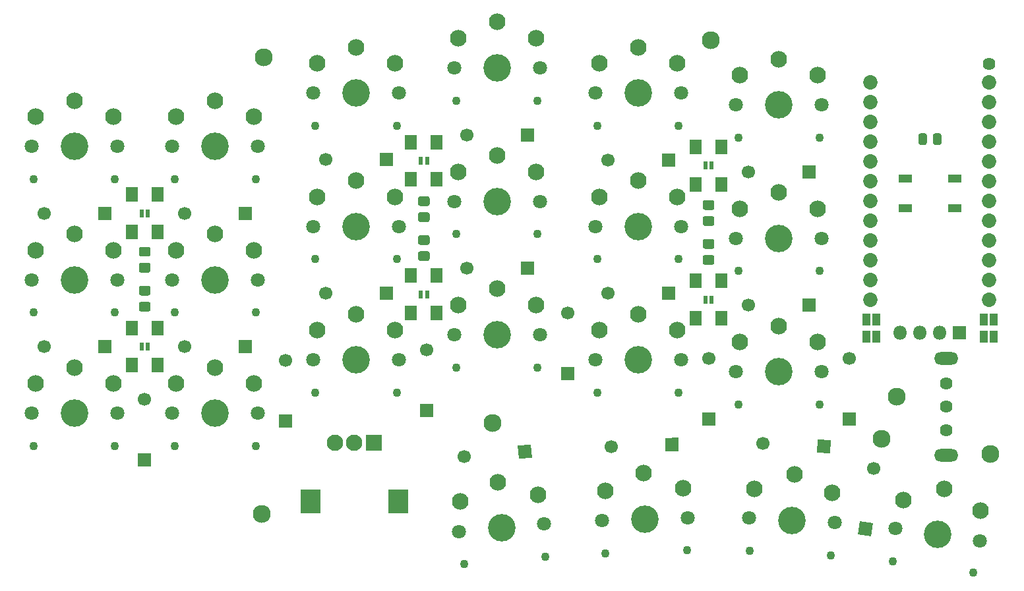
<source format=gts>
%TF.GenerationSoftware,KiCad,Pcbnew,(5.1.6)-1*%
%TF.CreationDate,2022-08-18T21:09:05-07:00*%
%TF.ProjectId,split-40-final,73706c69-742d-4343-902d-66696e616c2e,rev?*%
%TF.SameCoordinates,Original*%
%TF.FileFunction,Soldermask,Top*%
%TF.FilePolarity,Negative*%
%FSLAX46Y46*%
G04 Gerber Fmt 4.6, Leading zero omitted, Abs format (unit mm)*
G04 Created by KiCad (PCBNEW (5.1.6)-1) date 2022-08-18 21:09:05*
%MOMM*%
%LPD*%
G01*
G04 APERTURE LIST*
%ADD10C,1.801800*%
%ADD11C,1.090600*%
%ADD12C,2.132000*%
%ADD13C,3.529000*%
%ADD14C,1.852600*%
%ADD15R,2.600000X3.100000*%
%ADD16C,2.100000*%
%ADD17R,2.100000X2.100000*%
%ADD18O,3.100000X1.624000*%
%ADD19C,1.624000*%
%ADD20C,1.700000*%
%ADD21R,1.700000X1.700000*%
%ADD22C,0.100000*%
%ADD23R,1.500000X1.900000*%
%ADD24R,0.600000X1.100000*%
%ADD25O,1.800000X1.800000*%
%ADD26R,1.800000X1.800000*%
%ADD27C,2.300000*%
%ADD28R,1.800000X1.100000*%
%ADD29R,1.100000X1.600000*%
G04 APERTURE END LIST*
D10*
%TO.C,K_W1*%
X65443800Y-27091000D03*
X54443800Y-27091000D03*
D11*
X65163800Y-31291000D03*
D12*
X54943800Y-23291000D03*
D13*
X59943800Y-27091000D03*
D12*
X64943800Y-23291000D03*
X59943800Y-21191000D03*
D11*
X54723800Y-31291000D03*
%TD*%
D10*
%TO.C,K_R1*%
X101638800Y-27091000D03*
X90638800Y-27091000D03*
D11*
X101358800Y-31291000D03*
D12*
X91138800Y-23291000D03*
D13*
X96138800Y-27091000D03*
D12*
X101138800Y-23291000D03*
X96138800Y-21191000D03*
D11*
X90918800Y-31291000D03*
%TD*%
D10*
%TO.C,K_A1*%
X47346200Y-51094000D03*
X36346200Y-51094000D03*
D11*
X47066200Y-55294000D03*
D12*
X36846200Y-47294000D03*
D13*
X41846200Y-51094000D03*
D12*
X46846200Y-47294000D03*
X41846200Y-45194000D03*
D11*
X36626200Y-55294000D03*
%TD*%
D10*
%TO.C,K_B1*%
X119736000Y-62905000D03*
X108736000Y-62905000D03*
D11*
X119456000Y-67105000D03*
D12*
X109236000Y-59105000D03*
D13*
X114236000Y-62905000D03*
D12*
X119236000Y-59105000D03*
X114236000Y-57005000D03*
D11*
X109016000Y-67105000D03*
%TD*%
D10*
%TO.C,K_C1*%
X83541200Y-58142500D03*
X72541200Y-58142500D03*
D11*
X83261200Y-62342500D03*
D12*
X73041200Y-54342500D03*
D13*
X78041200Y-58142500D03*
D12*
X83041200Y-54342500D03*
X78041200Y-52242500D03*
D11*
X72821200Y-62342500D03*
%TD*%
D10*
%TO.C,K_CAPS1*%
X29248800Y-51094000D03*
X18248800Y-51094000D03*
D11*
X28968800Y-55294000D03*
D12*
X18748800Y-47294000D03*
D13*
X23748800Y-51094000D03*
D12*
X28748800Y-47294000D03*
X23748800Y-45194000D03*
D11*
X18528800Y-55294000D03*
%TD*%
D10*
%TO.C,K_D1*%
X83541200Y-40997500D03*
X72541200Y-40997500D03*
D11*
X83261200Y-45197500D03*
D12*
X73041200Y-37197500D03*
D13*
X78041200Y-40997500D03*
D12*
X83041200Y-37197500D03*
X78041200Y-35097500D03*
D11*
X72821200Y-45197500D03*
%TD*%
D10*
%TO.C,K_E1*%
X83541200Y-23852500D03*
X72541200Y-23852500D03*
D11*
X83261200Y-28052500D03*
D12*
X73041200Y-20052500D03*
D13*
X78041200Y-23852500D03*
D12*
X83041200Y-20052500D03*
X78041200Y-17952500D03*
D11*
X72821200Y-28052500D03*
%TD*%
D10*
%TO.C,K_F1*%
X101638800Y-44236000D03*
X90638800Y-44236000D03*
D11*
X101358800Y-48436000D03*
D12*
X91138800Y-40436000D03*
D13*
X96138800Y-44236000D03*
D12*
X101138800Y-40436000D03*
X96138800Y-38336000D03*
D11*
X90918800Y-48436000D03*
%TD*%
D10*
%TO.C,K_G1*%
X119736000Y-45760000D03*
X108736000Y-45760000D03*
D11*
X119456000Y-49960000D03*
D12*
X109236000Y-41960000D03*
D13*
X114236000Y-45760000D03*
D12*
X119236000Y-41960000D03*
X114236000Y-39860000D03*
D11*
X109016000Y-49960000D03*
%TD*%
D10*
%TO.C,K_INNER1*%
X84109071Y-82460643D03*
X73150929Y-83419357D03*
D11*
X84196190Y-86669065D03*
D12*
X73317835Y-79590239D03*
D13*
X78630000Y-82940000D03*
D12*
X83279782Y-78718681D03*
X78115781Y-77062451D03*
D11*
X73795918Y-87578971D03*
%TD*%
D10*
%TO.C,K_OUTER1*%
X140046474Y-84595452D03*
X129153526Y-83064548D03*
D11*
X139184672Y-88715609D03*
D12*
X130177517Y-79371116D03*
D13*
X134600000Y-83830000D03*
D12*
X140080198Y-80762847D03*
X135421121Y-77987418D03*
D11*
X128846274Y-87262642D03*
%TD*%
D10*
%TO.C,K_Q1*%
X47346200Y-33949000D03*
X36346200Y-33949000D03*
D11*
X47066200Y-38149000D03*
D12*
X36846200Y-30149000D03*
D13*
X41846200Y-33949000D03*
D12*
X46846200Y-30149000D03*
X41846200Y-28049000D03*
D11*
X36626200Y-38149000D03*
%TD*%
D10*
%TO.C,K_S1*%
X65443800Y-44236000D03*
X54443800Y-44236000D03*
D11*
X65163800Y-48436000D03*
D12*
X54943800Y-40436000D03*
D13*
X59943800Y-44236000D03*
D12*
X64943800Y-40436000D03*
X59943800Y-38336000D03*
D11*
X54723800Y-48436000D03*
%TD*%
D10*
%TO.C,K_SHIFT1*%
X29248800Y-68239000D03*
X18248800Y-68239000D03*
D11*
X28968800Y-72439000D03*
D12*
X18748800Y-64439000D03*
D13*
X23748800Y-68239000D03*
D12*
X28748800Y-64439000D03*
X23748800Y-62339000D03*
D11*
X18528800Y-72439000D03*
%TD*%
D10*
%TO.C,K_T1*%
X119736000Y-28615000D03*
X108736000Y-28615000D03*
D11*
X119456000Y-32815000D03*
D12*
X109236000Y-24815000D03*
D13*
X114236000Y-28615000D03*
D12*
X119236000Y-24815000D03*
X114236000Y-22715000D03*
D11*
X109016000Y-32815000D03*
%TD*%
D10*
%TO.C,K_TAB1*%
X29248800Y-33949000D03*
X18248800Y-33949000D03*
D11*
X28968800Y-38149000D03*
D12*
X18748800Y-30149000D03*
D13*
X23748800Y-33949000D03*
D12*
X28748800Y-30149000D03*
X23748800Y-28049000D03*
D11*
X18528800Y-38149000D03*
%TD*%
D10*
%TO.C,K_THUMB1*%
X102546650Y-81638053D03*
X91553350Y-82021947D03*
D11*
X102413398Y-85845266D03*
D12*
X91920428Y-78206812D03*
D13*
X97050000Y-81830000D03*
D12*
X101914336Y-77857817D03*
X96844093Y-75933594D03*
D11*
X91979758Y-86209617D03*
%TD*%
D10*
%TO.C,K_THUMB2*%
X121382462Y-82287848D03*
X110397538Y-81712152D03*
D11*
X120883035Y-86467438D03*
D12*
X111095729Y-77943528D03*
D13*
X115890000Y-82000000D03*
D12*
X121082024Y-78466888D03*
X116198782Y-76108086D03*
D11*
X110457343Y-85921050D03*
%TD*%
D10*
%TO.C,K_V1*%
X101638800Y-61381000D03*
X90638800Y-61381000D03*
D11*
X101358800Y-65581000D03*
D12*
X91138800Y-57581000D03*
D13*
X96138800Y-61381000D03*
D12*
X101138800Y-57581000D03*
X96138800Y-55481000D03*
D11*
X90918800Y-65581000D03*
%TD*%
D10*
%TO.C,K_X1*%
X65443800Y-61381000D03*
X54443800Y-61381000D03*
D11*
X65163800Y-65581000D03*
D12*
X54943800Y-57581000D03*
D13*
X59943800Y-61381000D03*
D12*
X64943800Y-57581000D03*
X59943800Y-55481000D03*
D11*
X54723800Y-65581000D03*
%TD*%
D10*
%TO.C,K_Z1*%
X47346200Y-68239000D03*
X36346200Y-68239000D03*
D11*
X47066200Y-72439000D03*
D12*
X36846200Y-64439000D03*
D13*
X41846200Y-68239000D03*
D12*
X46846200Y-64439000D03*
X41846200Y-62339000D03*
D11*
X36626200Y-72439000D03*
%TD*%
D14*
%TO.C,U1*%
X141250000Y-25690000D03*
X126010000Y-53630000D03*
X141250000Y-28230000D03*
X141250000Y-30770000D03*
X141250000Y-33310000D03*
X141250000Y-35850000D03*
X141250000Y-38390000D03*
X141250000Y-40930000D03*
X141250000Y-43470000D03*
X141250000Y-46010000D03*
X141250000Y-48550000D03*
X141250000Y-51090000D03*
X141250000Y-53630000D03*
X126010000Y-51090000D03*
X126010000Y-48550000D03*
X126010000Y-46010000D03*
X126010000Y-43470000D03*
X126010000Y-40930000D03*
X126010000Y-38390000D03*
X126010000Y-35850000D03*
X126010000Y-33310000D03*
X126010000Y-30770000D03*
X126010000Y-28230000D03*
X126010000Y-25690000D03*
%TD*%
D15*
%TO.C,SW3*%
X54120000Y-79520000D03*
X65320000Y-79520000D03*
D16*
X57220000Y-72020000D03*
X59720000Y-72020000D03*
D17*
X62220000Y-72020000D03*
%TD*%
D18*
%TO.C,SW2*%
X135700000Y-73650000D03*
X135700000Y-61150000D03*
D19*
X135700000Y-64400000D03*
X135700000Y-70400000D03*
X135700000Y-67400000D03*
%TD*%
D20*
%TO.C,D_Z1*%
X50900000Y-61400000D03*
D21*
X50900000Y-69200000D03*
%TD*%
D20*
%TO.C,D_X1*%
X69000000Y-60100000D03*
D21*
X69000000Y-67900000D03*
%TD*%
D20*
%TO.C,D_W1*%
X56043800Y-35650000D03*
D21*
X63843800Y-35650000D03*
%TD*%
D20*
%TO.C,D_V1*%
X105200000Y-61200000D03*
D21*
X105200000Y-69000000D03*
%TD*%
D20*
%TO.C,D_THUMB2*%
X112205345Y-72095890D03*
D22*
G36*
X120887976Y-71699760D02*
G01*
X120799005Y-73397431D01*
X119101334Y-73308460D01*
X119190305Y-71610789D01*
X120887976Y-71699760D01*
G37*
%TD*%
D20*
%TO.C,D_THUMB1*%
X92702376Y-72536108D03*
D22*
G36*
X101317442Y-71384745D02*
G01*
X101376771Y-73083710D01*
X99677806Y-73143039D01*
X99618477Y-71444074D01*
X101317442Y-71384745D01*
G37*
%TD*%
D20*
%TO.C,D_TAB1*%
X19848800Y-42530000D03*
D21*
X27648800Y-42530000D03*
%TD*%
D20*
%TO.C,D_T1*%
X110336000Y-37200000D03*
D21*
X118136000Y-37200000D03*
%TD*%
D20*
%TO.C,D_SHIFT1*%
X32800000Y-66400000D03*
D21*
X32800000Y-74200000D03*
%TD*%
D20*
%TO.C,D_S1*%
X56043800Y-52800000D03*
D21*
X63843800Y-52800000D03*
%TD*%
D20*
%TO.C,D_R1*%
X92238800Y-35700000D03*
D21*
X100038800Y-35700000D03*
%TD*%
D20*
%TO.C,D_Q1*%
X37946200Y-42530000D03*
D21*
X45746200Y-42530000D03*
%TD*%
D20*
%TO.C,D_INNER1*%
X73814841Y-73839907D03*
D22*
G36*
X82357842Y-72239245D02*
G01*
X82506007Y-73932776D01*
X80812476Y-74080941D01*
X80664311Y-72387410D01*
X82357842Y-72239245D01*
G37*
%TD*%
D20*
%TO.C,D_G1*%
X110336000Y-54300000D03*
D21*
X118136000Y-54300000D03*
%TD*%
D20*
%TO.C,D_F1*%
X92238800Y-52830000D03*
D21*
X100038800Y-52830000D03*
%TD*%
D20*
%TO.C,D_E1*%
X74141200Y-32460000D03*
D21*
X81941200Y-32460000D03*
%TD*%
D20*
%TO.C,D_CAPS1*%
X19848800Y-59640000D03*
D21*
X27648800Y-59640000D03*
%TD*%
D20*
%TO.C,D_C1*%
X87100000Y-55300000D03*
D21*
X87100000Y-63100000D03*
%TD*%
D20*
%TO.C,D_B1*%
X123300000Y-61200000D03*
D21*
X123300000Y-69000000D03*
%TD*%
D20*
%TO.C,D_A1*%
X37946200Y-59640000D03*
D21*
X45746200Y-59640000D03*
%TD*%
D20*
%TO.C,D_D1*%
X74141200Y-49580000D03*
D21*
X81941200Y-49580000D03*
%TD*%
D20*
%TO.C,D_OUTER1*%
X126442775Y-75337955D03*
D22*
G36*
X126080656Y-84022070D02*
G01*
X124397200Y-83785476D01*
X124633794Y-82102020D01*
X126317250Y-82338614D01*
X126080656Y-84022070D01*
G37*
%TD*%
D23*
%TO.C,D1*%
X103550000Y-38790000D03*
X106850000Y-33990000D03*
X103550000Y-33990000D03*
D24*
X104800000Y-36390000D03*
X105600000Y-36390000D03*
D23*
X106850000Y-38790000D03*
%TD*%
D24*
%TO.C,D2*%
X69050000Y-35790000D03*
D23*
X67000000Y-38190000D03*
X70300000Y-38190000D03*
X67000000Y-33390000D03*
X70300000Y-33390000D03*
D24*
X68250000Y-35790000D03*
%TD*%
%TO.C,D3*%
X33200000Y-42520000D03*
D23*
X31150000Y-44920000D03*
X34450000Y-44920000D03*
X31150000Y-40120000D03*
X34450000Y-40120000D03*
D24*
X32400000Y-42520000D03*
%TD*%
%TO.C,D4*%
X32400000Y-59670000D03*
D23*
X34450000Y-57270000D03*
X31150000Y-57270000D03*
X34450000Y-62070000D03*
X31150000Y-62070000D03*
D24*
X33200000Y-59670000D03*
%TD*%
%TO.C,D5*%
X68250000Y-52940000D03*
D23*
X70300000Y-50540000D03*
X67000000Y-50540000D03*
X70300000Y-55340000D03*
X67000000Y-55340000D03*
D24*
X69050000Y-52940000D03*
%TD*%
%TO.C,D6*%
X104800000Y-53620000D03*
D23*
X106850000Y-51220000D03*
X103550000Y-51220000D03*
X106850000Y-56020000D03*
X103550000Y-56020000D03*
D24*
X105600000Y-53620000D03*
%TD*%
D25*
%TO.C,L1*%
X129820000Y-57900000D03*
X132360000Y-57900000D03*
X134900000Y-57900000D03*
D26*
X137440000Y-57900000D03*
%TD*%
%TO.C,C3*%
G36*
G01*
X32321250Y-48900000D02*
X33278750Y-48900000D01*
G75*
G02*
X33550000Y-49171250I0J-271250D01*
G01*
X33550000Y-49878750D01*
G75*
G02*
X33278750Y-50150000I-271250J0D01*
G01*
X32321250Y-50150000D01*
G75*
G02*
X32050000Y-49878750I0J271250D01*
G01*
X32050000Y-49171250D01*
G75*
G02*
X32321250Y-48900000I271250J0D01*
G01*
G37*
G36*
G01*
X32321250Y-46850000D02*
X33278750Y-46850000D01*
G75*
G02*
X33550000Y-47121250I0J-271250D01*
G01*
X33550000Y-47828750D01*
G75*
G02*
X33278750Y-48100000I-271250J0D01*
G01*
X32321250Y-48100000D01*
G75*
G02*
X32050000Y-47828750I0J271250D01*
G01*
X32050000Y-47121250D01*
G75*
G02*
X32321250Y-46850000I271250J0D01*
G01*
G37*
%TD*%
%TO.C,C1*%
G36*
G01*
X104721250Y-42900000D02*
X105678750Y-42900000D01*
G75*
G02*
X105950000Y-43171250I0J-271250D01*
G01*
X105950000Y-43878750D01*
G75*
G02*
X105678750Y-44150000I-271250J0D01*
G01*
X104721250Y-44150000D01*
G75*
G02*
X104450000Y-43878750I0J271250D01*
G01*
X104450000Y-43171250D01*
G75*
G02*
X104721250Y-42900000I271250J0D01*
G01*
G37*
G36*
G01*
X104721250Y-40850000D02*
X105678750Y-40850000D01*
G75*
G02*
X105950000Y-41121250I0J-271250D01*
G01*
X105950000Y-41828750D01*
G75*
G02*
X105678750Y-42100000I-271250J0D01*
G01*
X104721250Y-42100000D01*
G75*
G02*
X104450000Y-41828750I0J271250D01*
G01*
X104450000Y-41121250D01*
G75*
G02*
X104721250Y-40850000I271250J0D01*
G01*
G37*
%TD*%
%TO.C,C2*%
G36*
G01*
X68171250Y-42400000D02*
X69128750Y-42400000D01*
G75*
G02*
X69400000Y-42671250I0J-271250D01*
G01*
X69400000Y-43378750D01*
G75*
G02*
X69128750Y-43650000I-271250J0D01*
G01*
X68171250Y-43650000D01*
G75*
G02*
X67900000Y-43378750I0J271250D01*
G01*
X67900000Y-42671250D01*
G75*
G02*
X68171250Y-42400000I271250J0D01*
G01*
G37*
G36*
G01*
X68171250Y-40350000D02*
X69128750Y-40350000D01*
G75*
G02*
X69400000Y-40621250I0J-271250D01*
G01*
X69400000Y-41328750D01*
G75*
G02*
X69128750Y-41600000I-271250J0D01*
G01*
X68171250Y-41600000D01*
G75*
G02*
X67900000Y-41328750I0J271250D01*
G01*
X67900000Y-40621250D01*
G75*
G02*
X68171250Y-40350000I271250J0D01*
G01*
G37*
%TD*%
%TO.C,C4*%
G36*
G01*
X33278750Y-53100000D02*
X32321250Y-53100000D01*
G75*
G02*
X32050000Y-52828750I0J271250D01*
G01*
X32050000Y-52121250D01*
G75*
G02*
X32321250Y-51850000I271250J0D01*
G01*
X33278750Y-51850000D01*
G75*
G02*
X33550000Y-52121250I0J-271250D01*
G01*
X33550000Y-52828750D01*
G75*
G02*
X33278750Y-53100000I-271250J0D01*
G01*
G37*
G36*
G01*
X33278750Y-55150000D02*
X32321250Y-55150000D01*
G75*
G02*
X32050000Y-54878750I0J271250D01*
G01*
X32050000Y-54171250D01*
G75*
G02*
X32321250Y-53900000I271250J0D01*
G01*
X33278750Y-53900000D01*
G75*
G02*
X33550000Y-54171250I0J-271250D01*
G01*
X33550000Y-54878750D01*
G75*
G02*
X33278750Y-55150000I-271250J0D01*
G01*
G37*
%TD*%
%TO.C,C5*%
G36*
G01*
X69128750Y-46600000D02*
X68171250Y-46600000D01*
G75*
G02*
X67900000Y-46328750I0J271250D01*
G01*
X67900000Y-45621250D01*
G75*
G02*
X68171250Y-45350000I271250J0D01*
G01*
X69128750Y-45350000D01*
G75*
G02*
X69400000Y-45621250I0J-271250D01*
G01*
X69400000Y-46328750D01*
G75*
G02*
X69128750Y-46600000I-271250J0D01*
G01*
G37*
G36*
G01*
X69128750Y-48650000D02*
X68171250Y-48650000D01*
G75*
G02*
X67900000Y-48378750I0J271250D01*
G01*
X67900000Y-47671250D01*
G75*
G02*
X68171250Y-47400000I271250J0D01*
G01*
X69128750Y-47400000D01*
G75*
G02*
X69400000Y-47671250I0J-271250D01*
G01*
X69400000Y-48378750D01*
G75*
G02*
X69128750Y-48650000I-271250J0D01*
G01*
G37*
%TD*%
%TO.C,C6*%
G36*
G01*
X105678750Y-47100000D02*
X104721250Y-47100000D01*
G75*
G02*
X104450000Y-46828750I0J271250D01*
G01*
X104450000Y-46121250D01*
G75*
G02*
X104721250Y-45850000I271250J0D01*
G01*
X105678750Y-45850000D01*
G75*
G02*
X105950000Y-46121250I0J-271250D01*
G01*
X105950000Y-46828750D01*
G75*
G02*
X105678750Y-47100000I-271250J0D01*
G01*
G37*
G36*
G01*
X105678750Y-49150000D02*
X104721250Y-49150000D01*
G75*
G02*
X104450000Y-48878750I0J271250D01*
G01*
X104450000Y-48171250D01*
G75*
G02*
X104721250Y-47900000I271250J0D01*
G01*
X105678750Y-47900000D01*
G75*
G02*
X105950000Y-48171250I0J-271250D01*
G01*
X105950000Y-48878750D01*
G75*
G02*
X105678750Y-49150000I-271250J0D01*
G01*
G37*
%TD*%
%TO.C,R1*%
G36*
G01*
X133230000Y-32518750D02*
X133230000Y-33481250D01*
G75*
G02*
X132961250Y-33750000I-268750J0D01*
G01*
X132423750Y-33750000D01*
G75*
G02*
X132155000Y-33481250I0J268750D01*
G01*
X132155000Y-32518750D01*
G75*
G02*
X132423750Y-32250000I268750J0D01*
G01*
X132961250Y-32250000D01*
G75*
G02*
X133230000Y-32518750I0J-268750D01*
G01*
G37*
G36*
G01*
X135105000Y-32518750D02*
X135105000Y-33481250D01*
G75*
G02*
X134836250Y-33750000I-268750J0D01*
G01*
X134298750Y-33750000D01*
G75*
G02*
X134030000Y-33481250I0J268750D01*
G01*
X134030000Y-32518750D01*
G75*
G02*
X134298750Y-32250000I268750J0D01*
G01*
X134836250Y-32250000D01*
G75*
G02*
X135105000Y-32518750I0J-268750D01*
G01*
G37*
%TD*%
D27*
%TO.C,Hole7*%
X129400000Y-66100000D03*
%TD*%
%TO.C,Hole6*%
X105500000Y-20300000D03*
%TD*%
%TO.C,Hole5*%
X77500000Y-69500000D03*
%TD*%
%TO.C,Hole4*%
X48100000Y-22500000D03*
%TD*%
%TO.C,Hole3*%
X47800000Y-81200000D03*
%TD*%
D19*
%TO.C,BATT*%
X141200000Y-23300000D03*
%TD*%
D27*
%TO.C,Hole1*%
X127400000Y-71500000D03*
%TD*%
%TO.C,Hole2*%
X141400000Y-73500000D03*
%TD*%
D28*
%TO.C,SW1*%
X136780000Y-41900000D03*
X130480000Y-38100000D03*
X136780000Y-38100000D03*
X130480000Y-41900000D03*
%TD*%
D29*
%TO.C,JP_F_GND1*%
X140500000Y-56190000D03*
X141800000Y-56190000D03*
%TD*%
%TO.C,JP_F_SCL1*%
X125460000Y-58360000D03*
X126760000Y-58360000D03*
%TD*%
%TO.C,JP_F_SDA1*%
X125460000Y-56190000D03*
X126760000Y-56190000D03*
%TD*%
%TO.C,JP_F_VCC1*%
X140500000Y-58360000D03*
X141800000Y-58360000D03*
%TD*%
M02*

</source>
